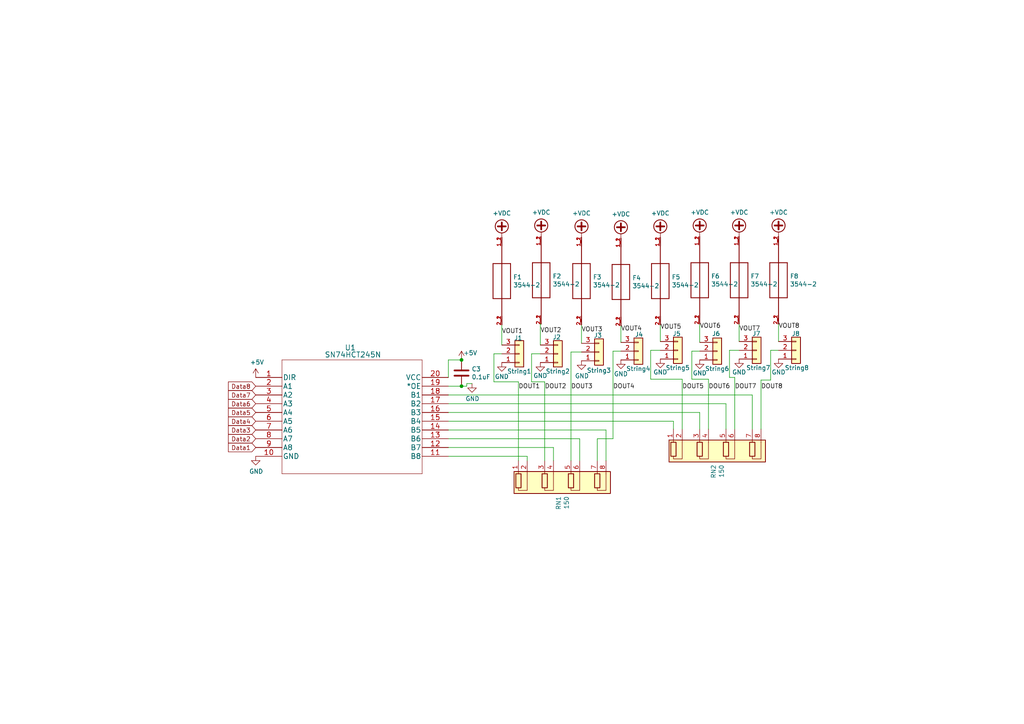
<source format=kicad_sch>
(kicad_sch (version 20211123) (generator eeschema)
  (paper "A4")
  (title_block (title "PI Zero Controller") (date "2022-02-10") (rev "v2") (company "Scott Hanson"))
  (lib_symbols
    (symbol "Connector_Generic:Conn_01x03" (pin_names (offset 1.016) hide)
      (property "Reference" "J" (at 0 5.08 0))
      (property "Value" "Conn_01x03" (at 0 -5.08 0))
      (symbol "Conn_01x03_1_1"
        (rectangle (start -1.27 -2.413) (end 0 -2.667) (stroke (width 0.1524)))
        (rectangle (start -1.27 0.127) (end 0 -0.127) (stroke (width 0.1524)))
        (rectangle (start -1.27 2.667) (end 0 2.413) (stroke (width 0.1524)))
        (rectangle (start -1.27 3.81) (end 1.27 -3.81) (stroke (width 0.254)) (fill (type background)))
        (pin passive line (at -5.08 2.54 0) (length 3.81) (name "Pin_1") (number "1"))
        (pin passive line (at -5.08 0 0) (length 3.81) (name "Pin_2") (number "2"))
        (pin passive line (at -5.08 -2.54 0) (length 3.81) (name "Pin_3") (number "3"))
      )
    )
    (symbol "PI_W_Controller-rescue:3544-2-Keystone_Fuse" (pin_names (offset 1.016) hide)
      (property "Reference" "F" (at -5.08 3.302 0))
      (property "Value" "3544-2-Keystone_Fuse" (at -5.08 -5.08 0))
      (symbol "3544-2-Keystone_Fuse_0_0"
        (polyline (pts (xy -12.7 0) (xy 12.7 0)) (stroke (width 0.254)))
        (polyline (pts (xy -5.08 -2.54) (xy -5.08 2.54)) (stroke (width 0.254)))
        (polyline (pts (xy -5.08 2.54) (xy 5.08 2.54)) (stroke (width 0.254)))
        (polyline (pts (xy 5.08 -2.54) (xy -5.08 -2.54)) (stroke (width 0.254)))
        (polyline (pts (xy 5.08 2.54) (xy 5.08 -2.54)) (stroke (width 0.254)))
        (pin passive line (at -12.7 0 0) (length 2.54) (name "1") (number "1_1"))
        (pin passive line (at -12.7 0 0) (length 2.54) (name "1") (number "1_2"))
        (pin passive line (at 12.7 0 180) (length 2.54) (name "2") (number "2_1"))
        (pin passive line (at 12.7 0 180) (length 2.54) (name "2") (number "2_2"))
      )
    )
    (symbol "PI_W_Controller-rescue:C-Device" (pin_numbers hide) (pin_names (offset 0.254))
      (property "Reference" "C" (at 0.635 2.54 0))
      (property "Value" "C-Device" (at 0.635 -2.54 0))
      (symbol "C-Device_0_1"
        (polyline (pts (xy -2.032 -0.762) (xy 2.032 -0.762)) (stroke (width 0.508)))
        (polyline (pts (xy -2.032 0.762) (xy 2.032 0.762)) (stroke (width 0.508)))
      )
      (symbol "C-Device_1_1"
        (pin passive line (at 0 3.81 270) (length 2.794) (name "~") (number "1"))
        (pin passive line (at 0 -3.81 90) (length 2.794) (name "~") (number "2"))
      )
    )
    (symbol "PI_W_Controller-rescue:R_Pack04_SIP-Device" (pin_names (offset 0) hide)
      (property "Reference" "RN" (at -15.24 0 90))
      (property "Value" "R_Pack04_SIP-Device" (at 15.24 0 90))
      (symbol "R_Pack04_SIP-Device_0_1"
        (rectangle (start -13.97 -1.905) (end 13.97 4.445) (stroke (width 0.254)) (fill (type background)))
        (rectangle (start -13.462 2.794) (end -11.938 -1.27) (stroke (width 0.254)))
        (rectangle (start -5.842 2.794) (end -4.318 -1.27) (stroke (width 0.254)))
        (polyline (pts (xy -12.7 2.794) (xy -12.7 3.556) (xy -10.16 3.556) (xy -10.16 -1.27)))
        (polyline (pts (xy -5.08 2.794) (xy -5.08 3.556) (xy -2.54 3.556) (xy -2.54 -1.27)))
        (polyline (pts (xy 2.54 2.794) (xy 2.54 3.556) (xy 5.08 3.556) (xy 5.08 -1.27)))
        (polyline (pts (xy 10.16 2.794) (xy 10.16 3.556) (xy 12.7 3.556) (xy 12.7 -1.27)))
        (rectangle (start 1.778 2.794) (end 3.302 -1.27) (stroke (width 0.254)))
        (rectangle (start 9.398 2.794) (end 10.922 -1.27) (stroke (width 0.254)))
      )
      (symbol "R_Pack04_SIP-Device_1_1"
        (pin passive line (at -12.7 -5.08 90) (length 3.81) (name "R1.1") (number "1"))
        (pin passive line (at -10.16 -5.08 90) (length 3.81) (name "R1.2") (number "2"))
        (pin passive line (at -5.08 -5.08 90) (length 3.81) (name "R2.1") (number "3"))
        (pin passive line (at -2.54 -5.08 90) (length 3.81) (name "R2.2") (number "4"))
        (pin passive line (at 2.54 -5.08 90) (length 3.81) (name "R3.1") (number "5"))
        (pin passive line (at 5.08 -5.08 90) (length 3.81) (name "R3.2") (number "6"))
        (pin passive line (at 10.16 -5.08 90) (length 3.81) (name "R4.1") (number "7"))
        (pin passive line (at 12.7 -5.08 90) (length 3.81) (name "R4.2") (number "8"))
      )
    )
    (symbol "PI_W_Controller-rescue:SN74HCT245N-SN74HCT245N" (pin_names (offset 0.254))
      (property "Reference" "U" (at 27.94 10.16 0))
      (property "Value" "SN74HCT245N-SN74HCT245N" (at 27.94 7.62 0))
      (symbol "SN74HCT245N-SN74HCT245N_1_0"
        (polyline (pts (xy 7.62 -27.94) (xy 48.26 -27.94)) (stroke (width 0.127)))
        (polyline (pts (xy 7.62 5.08) (xy 7.62 -27.94)) (stroke (width 0.127)))
        (polyline (pts (xy 48.26 -27.94) (xy 48.26 5.08)) (stroke (width 0.127)))
        (polyline (pts (xy 48.26 5.08) (xy 7.62 5.08)) (stroke (width 0.127)))
        (pin input line (at 0 0 0) (length 7.62) (name "DIR") (number "1"))
        (pin power_in line (at 0 -22.86 0) (length 7.62) (name "GND") (number "10"))
        (pin bidirectional line (at 55.88 -22.86 180) (length 7.62) (name "B8") (number "11"))
        (pin bidirectional line (at 55.88 -20.32 180) (length 7.62) (name "B7") (number "12"))
        (pin bidirectional line (at 55.88 -17.78 180) (length 7.62) (name "B6") (number "13"))
        (pin bidirectional line (at 55.88 -15.24 180) (length 7.62) (name "B5") (number "14"))
        (pin bidirectional line (at 55.88 -12.7 180) (length 7.62) (name "B4") (number "15"))
        (pin bidirectional line (at 55.88 -10.16 180) (length 7.62) (name "B3") (number "16"))
        (pin bidirectional line (at 55.88 -7.62 180) (length 7.62) (name "B2") (number "17"))
        (pin bidirectional line (at 55.88 -5.08 180) (length 7.62) (name "B1") (number "18"))
        (pin input line (at 55.88 -2.54 180) (length 7.62) (name "*OE") (number "19"))
        (pin bidirectional line (at 0 -2.54 0) (length 7.62) (name "A1") (number "2"))
        (pin power_in line (at 55.88 0 180) (length 7.62) (name "VCC") (number "20"))
        (pin bidirectional line (at 0 -5.08 0) (length 7.62) (name "A2") (number "3"))
        (pin bidirectional line (at 0 -7.62 0) (length 7.62) (name "A3") (number "4"))
        (pin bidirectional line (at 0 -10.16 0) (length 7.62) (name "A4") (number "5"))
        (pin bidirectional line (at 0 -12.7 0) (length 7.62) (name "A5") (number "6"))
        (pin bidirectional line (at 0 -15.24 0) (length 7.62) (name "A6") (number "7"))
        (pin bidirectional line (at 0 -17.78 0) (length 7.62) (name "A7") (number "8"))
        (pin bidirectional line (at 0 -20.32 0) (length 7.62) (name "A8") (number "9"))
      )
    )
    (symbol "power:+5V" (power) (pin_names (offset 0))
      (property "Value" "+5V" (at 0 3.556 0))
      (symbol "+5V_0_1"
        (polyline (pts (xy -0.762 1.27) (xy 0 2.54)))
        (polyline (pts (xy 0 0) (xy 0 2.54)))
        (polyline (pts (xy 0 2.54) (xy 0.762 1.27)))
      )
      (symbol "+5V_1_1"
        (pin power_in line (at 0 0 90) (length 0) hide (name "+5V") (number "1"))
      )
    )
    (symbol "power:+VDC" (power) (pin_names (offset 0))
      (property "Value" "+VDC" (at 0 6.35 0))
      (symbol "+VDC_0_1"
        (polyline (pts (xy -1.143 3.175) (xy 1.143 3.175)) (stroke (width 0.508)))
        (polyline (pts (xy 0 0) (xy 0 1.27)))
        (polyline (pts (xy 0 2.032) (xy 0 4.318)) (stroke (width 0.508)))
        (circle (center 0 3.175) (radius 1.905) (stroke (width 0.254)))
      )
      (symbol "+VDC_1_1"
        (pin power_in line (at 0 0 90) (length 0) hide (name "+VDC") (number "1"))
      )
    )
    (symbol "power:GND" (power) (pin_names (offset 0))
      (property "Value" "GND" (at 0 -3.81 0))
      (symbol "GND_0_1"
        (polyline (pts (xy 0 0) (xy 0 -1.27) (xy 1.27 -1.27) (xy 0 -2.54) (xy -1.27 -1.27) (xy 0 -1.27)))
      )
      (symbol "GND_1_1"
        (pin power_in line (at 0 0 270) (length 0) hide (name "GND") (number "1"))
      )
    )
  )
  (junction (at 133.858 112.014))
  (junction (at 133.858 104.394))
  (wire (pts (xy 211.582 109.474) (xy 211.582 101.6)))
  (wire (pts (xy 152.908 132.334) (xy 152.908 133.604)))
  (wire (pts (xy 188.722 109.982) (xy 197.866 109.982)))
  (wire (pts (xy 160.528 129.794) (xy 160.528 133.604)))
  (wire (pts (xy 168.656 94.234) (xy 168.656 99.568)))
  (wire (pts (xy 130.048 114.554) (xy 218.186 114.554)))
  (wire (pts (xy 213.106 109.474) (xy 211.582 109.474)))
  (wire (pts (xy 211.582 101.6) (xy 214.376 101.6)))
  (wire (pts (xy 156.718 100.076) (xy 156.718 93.98)))
  (wire (pts (xy 177.8 127.254) (xy 173.228 127.254)))
  (wire (pts (xy 150.368 133.604) (xy 150.368 110.744)))
  (wire (pts (xy 133.858 104.394) (xy 130.048 104.394)))
  (wire (pts (xy 214.376 93.98) (xy 214.376 99.06)))
  (wire (pts (xy 165.608 133.604) (xy 165.608 102.108)))
  (wire (pts (xy 225.806 99.06) (xy 225.806 93.98)))
  (wire (pts (xy 130.048 104.394) (xy 130.048 109.474)))
  (wire (pts (xy 154.178 110.744) (xy 154.178 102.616)))
  (wire (pts (xy 130.048 122.174) (xy 195.326 122.174)))
  (wire (pts (xy 143.256 110.744) (xy 143.256 102.616)))
  (wire (pts (xy 218.186 114.554) (xy 218.186 124.46)))
  (wire (pts (xy 191.516 99.06) (xy 191.516 94.234)))
  (wire (pts (xy 177.8 101.854) (xy 177.8 127.254)))
  (wire (pts (xy 202.946 124.46) (xy 202.946 119.634)))
  (wire (pts (xy 136.906 111.252) (xy 135.382 111.252)))
  (wire (pts (xy 205.486 109.982) (xy 205.486 124.46)))
  (wire (pts (xy 130.048 127.254) (xy 168.148 127.254)))
  (wire (pts (xy 200.66 109.982) (xy 205.486 109.982)))
  (wire (pts (xy 180.086 99.314) (xy 180.086 94.488)))
  (wire (pts (xy 213.106 124.46) (xy 213.106 109.474)))
  (wire (pts (xy 202.946 101.854) (xy 200.66 101.854)))
  (wire (pts (xy 173.228 127.254) (xy 173.228 133.604)))
  (wire (pts (xy 157.988 110.744) (xy 154.178 110.744)))
  (wire (pts (xy 197.866 109.982) (xy 197.866 124.46)))
  (wire (pts (xy 130.048 117.094) (xy 210.566 117.094)))
  (wire (pts (xy 202.946 93.98) (xy 202.946 99.314)))
  (wire (pts (xy 130.048 132.334) (xy 152.908 132.334)))
  (wire (pts (xy 210.566 117.094) (xy 210.566 124.46)))
  (wire (pts (xy 175.768 124.714) (xy 175.768 133.604)))
  (wire (pts (xy 223.52 110.236) (xy 223.52 101.6)))
  (wire (pts (xy 130.048 129.794) (xy 160.528 129.794)))
  (wire (pts (xy 165.608 102.108) (xy 168.656 102.108)))
  (wire (pts (xy 220.726 124.46) (xy 220.726 110.236)))
  (wire (pts (xy 150.368 110.744) (xy 143.256 110.744)))
  (wire (pts (xy 168.148 127.254) (xy 168.148 133.604)))
  (wire (pts (xy 156.718 93.98) (xy 156.972 93.98)))
  (wire (pts (xy 130.048 124.714) (xy 175.768 124.714)))
  (wire (pts (xy 133.858 112.014) (xy 130.048 112.014)))
  (wire (pts (xy 180.086 101.854) (xy 177.8 101.854)))
  (wire (pts (xy 220.726 110.236) (xy 223.52 110.236)))
  (wire (pts (xy 135.382 112.014) (xy 133.858 112.014)))
  (wire (pts (xy 135.382 111.252) (xy 135.382 112.014)))
  (wire (pts (xy 191.516 101.6) (xy 188.722 101.6)))
  (wire (pts (xy 156.718 102.616) (xy 154.178 102.616)))
  (wire (pts (xy 223.52 101.6) (xy 225.806 101.6)))
  (wire (pts (xy 195.326 122.174) (xy 195.326 124.46)))
  (wire (pts (xy 130.048 119.634) (xy 202.946 119.634)))
  (wire (pts (xy 145.542 94.234) (xy 145.542 100.076)))
  (wire (pts (xy 157.988 133.604) (xy 157.988 110.744)))
  (wire (pts (xy 143.256 102.616) (xy 145.542 102.616)))
  (wire (pts (xy 200.66 101.854) (xy 200.66 109.982)))
  (wire (pts (xy 188.722 101.6) (xy 188.722 109.982)))
  (label "VOUT8" (at 225.806 95.504 0))
  (label "VOUT6" (at 202.946 95.504 0))
  (label "VOUT4" (at 180.086 96.266 0))
  (label "VOUT5" (at 191.516 95.758 0))
  (label "DOUT3" (at 165.608 113.03 0))
  (label "VOUT1" (at 145.542 97.028 0))
  (label "DOUT4" (at 177.8 113.03 0))
  (label "DOUT7" (at 213.106 113.03 0))
  (label "DOUT2" (at 157.988 113.03 0))
  (label "DOUT1" (at 150.368 113.03 0))
  (label "DOUT8" (at 220.726 113.03 0))
  (label "VOUT3" (at 168.656 96.52 0))
  (label "DOUT6" (at 205.486 113.03 0))
  (label "VOUT7" (at 214.376 96.266 0))
  (label "VOUT2" (at 156.718 96.774 0))
  (label "DOUT5" (at 197.866 113.03 0))
  (global_label "Data3" (shape input) (at 74.168 124.714 180) (property "Intersheet References" "${INTERSHEET_REFS}" (effects hide)))
  (global_label "Data6" (shape input) (at 74.168 117.094 180) (property "Intersheet References" "${INTERSHEET_REFS}" (effects hide)))
  (global_label "Data7" (shape input) (at 74.168 114.554 180) (property "Intersheet References" "${INTERSHEET_REFS}" (effects hide)))
  (global_label "Data1" (shape input) (at 74.168 129.794 180) (property "Intersheet References" "${INTERSHEET_REFS}" (effects hide)))
  (global_label "Data8" (shape input) (at 74.168 112.014 180) (property "Intersheet References" "${INTERSHEET_REFS}" (effects hide)))
  (global_label "Data2" (shape input) (at 74.168 127.254 180) (property "Intersheet References" "${INTERSHEET_REFS}" (effects hide)))
  (global_label "Data5" (shape input) (at 74.168 119.634 180) (property "Intersheet References" "${INTERSHEET_REFS}" (effects hide)))
  (global_label "Data4" (shape input) (at 74.168 122.174 180) (property "Intersheet References" "${INTERSHEET_REFS}" (effects hide)))
  (symbol (lib_id "Connector_Generic:Conn_01x03") (at 161.798 102.616 0) (mirror x) (unit 1)
    (property "Reference" "J2" (at 160.274 97.79 0) (effects (justify left)))
    (property "Value" "String2" (at 158.242 107.696 0) (effects (justify left)))
    (property "Footprint" "Connector_Phoenix_MC:PhoenixContact_MCV_1,5_3-G-3.5_1x03_P3.50mm_Vertical" (effects hide))
    (property "Digi-Key_PN" "277-5737-ND/ED10555-ND" (effects hide))
    (property "MPN" "1843619/OSTTJ0311530" (effects hide))
  )
  (symbol (lib_id "PI_W_Controller-rescue:3544-2-Keystone_Fuse") (at 225.806 81.28 270) (unit 1)
    (property "Reference" "F8" (at 229.108 80.1116 90) (effects (justify left)))
    (property "Value" "3544-2" (at 229.108 82.423 90) (effects (justify left)))
    (property "Footprint" "Keystone_Fuse:FUSE_3544-2" (effects hide))
    (property "Field4" "3544-2" (effects hide))
    (property "Field5" "None" (effects hide))
    (property "Field6" "Unavailable" (effects hide))
    (property "Field7" "Fuse Clip; 500 VAC; 30 A; PCB; For 0.110 in. x 0.032 in. mini blade fuses" (effects hide))
    (property "Field8" "Keystone Electronics" (effects hide))
    (property "Digi-Key_PN" "36-3544-2-ND" (effects hide))
    (property "MPN" "3544-2" (effects hide))
  )
  (symbol (lib_id "PI_W_Controller-rescue:R_Pack04_SIP-Device") (at 208.026 129.54 0) (mirror x) (unit 1)
    (property "Reference" "RN2" (at 206.9592 134.747 90) (effects (justify left)))
    (property "Value" "150" (at 209.2706 134.747 90) (effects (justify left)))
    (property "Footprint" "Resistor_THT:R_Array_SIP8" (effects hide))
    (property "Datasheet" "http://www.vishay.com/docs/31509/csc.pdf" (effects hide))
    (property "Digi-Key_PN" "4608X-2-151LF-ND" (effects hide))
    (property "MPN" "4608X-102-151LF" (effects hide))
  )
  (symbol (lib_id "PI_W_Controller-rescue:3544-2-Keystone_Fuse") (at 145.542 81.534 270) (unit 1)
    (property "Reference" "F1" (at 148.844 80.3656 90) (effects (justify left)))
    (property "Value" "3544-2" (at 148.844 82.677 90) (effects (justify left)))
    (property "Footprint" "Keystone_Fuse:FUSE_3544-2" (effects hide))
    (property "Field4" "3544-2" (effects hide))
    (property "Field5" "None" (effects hide))
    (property "Field6" "Unavailable" (effects hide))
    (property "Field7" "Fuse Clip; 500 VAC; 30 A; PCB; For 0.110 in. x 0.032 in. mini blade fuses" (effects hide))
    (property "Field8" "Keystone Electronics" (effects hide))
    (property "Digi-Key_PN" "36-3544-2-ND" (effects hide))
    (property "MPN" "3544-2" (effects hide))
  )
  (symbol (lib_id "Connector_Generic:Conn_01x03") (at 230.886 101.6 0) (mirror x) (unit 1)
    (property "Reference" "J8" (at 229.616 96.774 0) (effects (justify left)))
    (property "Value" "String8" (at 227.584 106.68 0) (effects (justify left)))
    (property "Footprint" "Connector_Phoenix_MC:PhoenixContact_MCV_1,5_3-G-3.5_1x03_P3.50mm_Vertical" (effects hide))
    (property "Digi-Key_PN" "277-5737-ND/ED10555-ND" (effects hide))
    (property "MPN" "1843619/OSTTJ0311530" (effects hide))
  )
  (symbol (lib_id "PI_W_Controller-rescue:R_Pack04_SIP-Device") (at 163.068 138.684 0) (mirror x) (unit 1)
    (property "Reference" "RN1" (at 162.0012 143.891 90) (effects (justify left)))
    (property "Value" "150" (at 164.3126 143.891 90) (effects (justify left)))
    (property "Footprint" "Resistor_THT:R_Array_SIP8" (effects hide))
    (property "Datasheet" "http://www.vishay.com/docs/31509/csc.pdf" (effects hide))
    (property "Digi-Key_PN" "4608X-2-151LF-ND" (effects hide))
    (property "MPN" "4608X-102-151LF" (effects hide))
  )
  (symbol (lib_id "power:GND") (at 180.086 104.394 0) (unit 1)
    (property "Reference" "#PWR017" (effects hide))
    (property "Value" "GND" (at 180.086 108.458 0))
  )
  (symbol (lib_id "Connector_Generic:Conn_01x03") (at 208.026 101.854 0) (mirror x) (unit 1)
    (property "Reference" "J6" (at 206.502 96.774 0) (effects (justify left)))
    (property "Value" "String6" (at 204.47 106.934 0) (effects (justify left)))
    (property "Footprint" "Connector_Phoenix_MC:PhoenixContact_MCV_1,5_3-G-3.5_1x03_P3.50mm_Vertical" (effects hide))
    (property "Digi-Key_PN" "277-5737-ND/ED10555-ND" (effects hide))
    (property "MPN" "1843619/OSTTJ0311530" (effects hide))
  )
  (symbol (lib_id "power:+VDC") (at 180.086 69.088 0) (unit 1)
    (property "Reference" "#PWR016" (effects hide))
    (property "Value" "+VDC" (at 180.086 62.103 0))
  )
  (symbol (lib_id "PI_W_Controller-rescue:C-Device") (at 133.858 108.204 0) (unit 1)
    (property "Reference" "C3" (at 136.779 107.0356 0) (effects (justify left)))
    (property "Value" "0.1uF" (at 136.779 109.347 0) (effects (justify left)))
    (property "Footprint" "Capacitor_THT:C_Rect_L7.0mm_W2.0mm_P5.00mm" (effects hide))
    (property "Digi-Key_PN" "478-7336-1-ND" (effects hide))
    (property "MPN" "SR215C104KARTR1" (effects hide))
  )
  (symbol (lib_id "power:GND") (at 145.542 105.156 0) (unit 1)
    (property "Reference" "#PWR011" (effects hide))
    (property "Value" "GND" (at 145.542 109.22 0))
  )
  (symbol (lib_id "Connector_Generic:Conn_01x03") (at 196.596 101.6 0) (mirror x) (unit 1)
    (property "Reference" "J5" (at 195.072 96.774 0) (effects (justify left)))
    (property "Value" "String5" (at 193.04 106.68 0) (effects (justify left)))
    (property "Footprint" "Connector_Phoenix_MC:PhoenixContact_MCV_1,5_3-G-3.5_1x03_P3.50mm_Vertical" (effects hide))
    (property "Digi-Key_PN" "277-5737-ND/ED10555-ND" (effects hide))
    (property "MPN" "1843619/OSTTJ0311530" (effects hide))
  )
  (symbol (lib_id "PI_W_Controller-rescue:SN74HCT245N-SN74HCT245N") (at 74.168 109.474 0) (unit 1)
    (property "Reference" "U1" (at 101.6 100.838 0) (effects (font (size 1.524 1.524))))
    (property "Value" "SN74HCT245N" (at 102.362 102.87 0) (effects (font (size 1.524 1.524))))
    (property "Footprint" "SN74HCT245N:SN74HCT245N" (effects hide))
    (property "Digi-Key_PN" "296-1612-5-ND" (effects hide))
    (property "MPN" "SN74HCT245N" (effects hide))
  )
  (symbol (lib_id "PI_W_Controller-rescue:3544-2-Keystone_Fuse") (at 168.656 81.534 270) (unit 1)
    (property "Reference" "F3" (at 171.958 80.3656 90) (effects (justify left)))
    (property "Value" "3544-2" (at 171.958 82.677 90) (effects (justify left)))
    (property "Footprint" "Keystone_Fuse:FUSE_3544-2" (effects hide))
    (property "Field4" "3544-2" (effects hide))
    (property "Field5" "None" (effects hide))
    (property "Field6" "Unavailable" (effects hide))
    (property "Field7" "Fuse Clip; 500 VAC; 30 A; PCB; For 0.110 in. x 0.032 in. mini blade fuses" (effects hide))
    (property "Field8" "Keystone Electronics" (effects hide))
    (property "Digi-Key_PN" "36-3544-2-ND" (effects hide))
    (property "MPN" "3544-2" (effects hide))
  )
  (symbol (lib_id "power:GND") (at 156.718 105.156 0) (unit 1)
    (property "Reference" "#PWR012" (effects hide))
    (property "Value" "GND" (at 156.718 108.966 0))
  )
  (symbol (lib_id "power:+5V") (at 74.168 109.474 0) (unit 1)
    (property "Reference" "#PWR04" (effects hide))
    (property "Value" "+5V" (at 74.549 105.0798 0))
  )
  (symbol (lib_id "power:GND") (at 202.946 104.394 0) (unit 1)
    (property "Reference" "#PWR021" (effects hide))
    (property "Value" "GND" (at 202.946 108.204 0))
  )
  (symbol (lib_id "power:+VDC") (at 202.946 68.58 0) (unit 1)
    (property "Reference" "#PWR020" (effects hide))
    (property "Value" "+VDC" (at 202.946 61.595 0))
  )
  (symbol (lib_id "Connector_Generic:Conn_01x03") (at 219.456 101.6 0) (mirror x) (unit 1)
    (property "Reference" "J7" (at 218.186 96.774 0) (effects (justify left)))
    (property "Value" "String7" (at 216.408 106.68 0) (effects (justify left)))
    (property "Footprint" "Connector_Phoenix_MC:PhoenixContact_MCV_1,5_3-G-3.5_1x03_P3.50mm_Vertical" (effects hide))
    (property "Digi-Key_PN" "277-5737-ND/ED10555-ND" (effects hide))
    (property "MPN" "1843619/OSTTJ0311530" (effects hide))
  )
  (symbol (lib_id "power:+VDC") (at 214.376 68.58 0) (unit 1)
    (property "Reference" "#PWR022" (effects hide))
    (property "Value" "+VDC" (at 214.376 61.595 0))
  )
  (symbol (lib_id "power:+VDC") (at 191.516 68.834 0) (unit 1)
    (property "Reference" "#PWR018" (effects hide))
    (property "Value" "+VDC" (at 191.516 61.849 0))
  )
  (symbol (lib_id "PI_W_Controller-rescue:3544-2-Keystone_Fuse") (at 191.516 81.534 270) (unit 1)
    (property "Reference" "F5" (at 194.818 80.3656 90) (effects (justify left)))
    (property "Value" "3544-2" (at 194.818 82.677 90) (effects (justify left)))
    (property "Footprint" "Keystone_Fuse:FUSE_3544-2" (effects hide))
    (property "Field4" "3544-2" (effects hide))
    (property "Field5" "None" (effects hide))
    (property "Field6" "Unavailable" (effects hide))
    (property "Field7" "Fuse Clip; 500 VAC; 30 A; PCB; For 0.110 in. x 0.032 in. mini blade fuses" (effects hide))
    (property "Field8" "Keystone Electronics" (effects hide))
    (property "Digi-Key_PN" "36-3544-2-ND" (effects hide))
    (property "MPN" "3544-2" (effects hide))
  )
  (symbol (lib_id "power:+VDC") (at 145.542 68.834 0) (unit 1)
    (property "Reference" "#PWR010" (effects hide))
    (property "Value" "+VDC" (at 145.542 61.849 0))
  )
  (symbol (lib_id "power:GND") (at 225.806 104.14 0) (unit 1)
    (property "Reference" "#PWR025" (effects hide))
    (property "Value" "GND" (at 225.806 107.95 0))
  )
  (symbol (lib_id "Connector_Generic:Conn_01x03") (at 150.622 102.616 0) (mirror x) (unit 1)
    (property "Reference" "J1" (at 149.098 98.044 0) (effects (justify left)))
    (property "Value" "String1" (at 147.066 107.696 0) (effects (justify left)))
    (property "Footprint" "Connector_Phoenix_MC:PhoenixContact_MCV_1,5_3-G-3.5_1x03_P3.50mm_Vertical" (effects hide))
    (property "Digi-Key_PN" "277-5737-ND/ED10555-ND" (effects hide))
    (property "MPN" "1843619/OSTTJ0311530" (effects hide))
  )
  (symbol (lib_id "power:GND") (at 214.376 104.14 0) (unit 1)
    (property "Reference" "#PWR023" (effects hide))
    (property "Value" "GND" (at 214.376 107.95 0))
  )
  (symbol (lib_id "power:GND") (at 74.168 132.334 0) (unit 1)
    (property "Reference" "#PWR06" (effects hide))
    (property "Value" "GND" (at 74.295 136.7282 0))
  )
  (symbol (lib_id "power:+VDC") (at 225.806 68.58 0) (unit 1)
    (property "Reference" "#PWR024" (effects hide))
    (property "Value" "+VDC" (at 225.806 61.595 0))
  )
  (symbol (lib_id "power:+VDC") (at 156.972 68.58 0) (unit 1)
    (property "Reference" "#PWR013" (effects hide))
    (property "Value" "+VDC" (at 156.972 61.595 0))
  )
  (symbol (lib_id "PI_W_Controller-rescue:3544-2-Keystone_Fuse") (at 214.376 81.28 270) (unit 1)
    (property "Reference" "F7" (at 217.678 80.1116 90) (effects (justify left)))
    (property "Value" "3544-2" (at 217.678 82.423 90) (effects (justify left)))
    (property "Footprint" "Keystone_Fuse:FUSE_3544-2" (effects hide))
    (property "Field4" "3544-2" (effects hide))
    (property "Field5" "None" (effects hide))
    (property "Field6" "Unavailable" (effects hide))
    (property "Field7" "Fuse Clip; 500 VAC; 30 A; PCB; For 0.110 in. x 0.032 in. mini blade fuses" (effects hide))
    (property "Field8" "Keystone Electronics" (effects hide))
    (property "Digi-Key_PN" "36-3544-2-ND" (effects hide))
    (property "MPN" "3544-2" (effects hide))
  )
  (symbol (lib_id "power:GND") (at 168.656 104.648 0) (unit 1)
    (property "Reference" "#PWR015" (effects hide))
    (property "Value" "GND" (at 168.783 109.0422 0))
  )
  (symbol (lib_id "power:GND") (at 191.516 104.14 0) (unit 1)
    (property "Reference" "#PWR019" (effects hide))
    (property "Value" "GND" (at 191.516 107.95 0))
  )
  (symbol (lib_id "power:+VDC") (at 168.656 68.834 0) (unit 1)
    (property "Reference" "#PWR014" (effects hide))
    (property "Value" "+VDC" (at 168.656 61.849 0))
  )
  (symbol (lib_id "Connector_Generic:Conn_01x03") (at 173.736 102.108 0) (mirror x) (unit 1)
    (property "Reference" "J3" (at 172.212 97.282 0) (effects (justify left)))
    (property "Value" "String3" (at 170.18 107.442 0) (effects (justify left)))
    (property "Footprint" "Connector_Phoenix_MC:PhoenixContact_MCV_1,5_3-G-3.5_1x03_P3.50mm_Vertical" (effects hide))
    (property "Digi-Key_PN" "277-5737-ND/ED10555-ND" (effects hide))
    (property "MPN" "1843619/OSTTJ0311530" (effects hide))
  )
  (symbol (lib_id "Connector_Generic:Conn_01x03") (at 185.166 101.854 0) (mirror x) (unit 1)
    (property "Reference" "J4" (at 184.15 97.028 0) (effects (justify left)))
    (property "Value" "String4" (at 181.61 106.934 0) (effects (justify left)))
    (property "Footprint" "Connector_Phoenix_MC:PhoenixContact_MCV_1,5_3-G-3.5_1x03_P3.50mm_Vertical" (effects hide))
    (property "Digi-Key_PN" "277-5737-ND/ED10555-ND" (effects hide))
    (property "MPN" "1843619/OSTTJ0311530" (effects hide))
  )
  (symbol (lib_id "PI_W_Controller-rescue:3544-2-Keystone_Fuse") (at 180.086 81.788 270) (unit 1)
    (property "Reference" "F4" (at 183.388 80.6196 90) (effects (justify left)))
    (property "Value" "3544-2" (at 183.388 82.931 90) (effects (justify left)))
    (property "Footprint" "Keystone_Fuse:FUSE_3544-2" (effects hide))
    (property "Field4" "3544-2" (effects hide))
    (property "Field5" "None" (effects hide))
    (property "Field6" "Unavailable" (effects hide))
    (property "Field7" "Fuse Clip; 500 VAC; 30 A; PCB; For 0.110 in. x 0.032 in. mini blade fuses" (effects hide))
    (property "Field8" "Keystone Electronics" (effects hide))
    (property "Digi-Key_PN" "36-3544-2-ND" (effects hide))
    (property "MPN" "3544-2" (effects hide))
  )
  (symbol (lib_id "PI_W_Controller-rescue:3544-2-Keystone_Fuse") (at 202.946 81.28 270) (unit 1)
    (property "Reference" "F6" (at 206.248 80.1116 90) (effects (justify left)))
    (property "Value" "3544-2" (at 206.248 82.423 90) (effects (justify left)))
    (property "Footprint" "Keystone_Fuse:FUSE_3544-2" (effects hide))
    (property "Field4" "3544-2" (effects hide))
    (property "Field5" "None" (effects hide))
    (property "Field6" "Unavailable" (effects hide))
    (property "Field7" "Fuse Clip; 500 VAC; 30 A; PCB; For 0.110 in. x 0.032 in. mini blade fuses" (effects hide))
    (property "Field8" "Keystone Electronics" (effects hide))
    (property "Digi-Key_PN" "36-3544-2-ND" (effects hide))
    (property "MPN" "3544-2" (effects hide))
  )
  (symbol (lib_id "PI_W_Controller-rescue:3544-2-Keystone_Fuse") (at 156.972 81.28 270) (unit 1)
    (property "Reference" "F2" (at 160.274 80.1116 90) (effects (justify left)))
    (property "Value" "3544-2" (at 160.274 82.423 90) (effects (justify left)))
    (property "Footprint" "Keystone_Fuse:FUSE_3544-2" (effects hide))
    (property "Field4" "3544-2" (effects hide))
    (property "Field5" "None" (effects hide))
    (property "Field6" "Unavailable" (effects hide))
    (property "Field7" "Fuse Clip; 500 VAC; 30 A; PCB; For 0.110 in. x 0.032 in. mini blade fuses" (effects hide))
    (property "Field8" "Keystone Electronics" (effects hide))
    (property "Digi-Key_PN" "36-3544-2-ND" (effects hide))
    (property "MPN" "3544-2" (effects hide))
  )
  (symbol (lib_id "power:+5V") (at 133.858 104.394 0) (unit 1)
    (property "Reference" "#PWR07" (effects hide))
    (property "Value" "+5V" (at 136.398 102.362 0))
  )
  (symbol (lib_id "power:GND") (at 136.906 111.252 0) (unit 1)
    (property "Reference" "#PWR08" (effects hide))
    (property "Value" "GND" (at 137.033 115.6462 0))
  )
)
</source>
